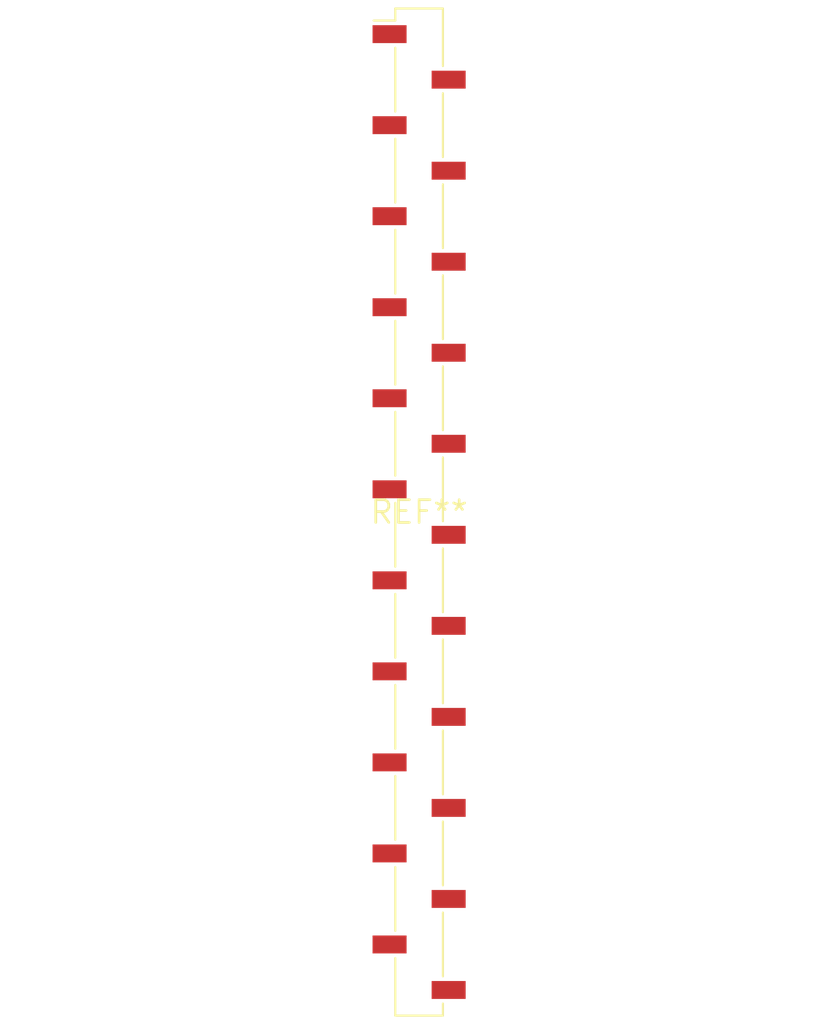
<source format=kicad_pcb>
(kicad_pcb (version 20240108) (generator pcbnew)
  (layers (0 "F.Cu" signal) (31 "B.Cu" signal) (34 "B.Paste" user) (35 "F.Paste" user) (36 "B.SilkS" user "B.Silkscreen") (37 "F.SilkS" user "F.Silkscreen") (38 "B.Mask" user) (39 "F.Mask" user) (44 "Edge.Cuts" user))
  (net 0 "")
  (footprint "PinSocket_1x22_P2.54mm_Vertical_SMD_Pin1Left" (layer "F.Cu") (at 0 0)
    (property "Reference" "REF**")
    (property "Value" "PinSocket_1x22_P2.54mm_Vertical_SMD_Pin1Left")
    (fp_line (start -2.54 -27.43) (end -1.33 -27.43) (layer "F.SilkS") (stroke (width 0.12)))
    (fp_line (start -1.33 -28.1) (end -1.33 -27.43) (layer "F.SilkS") (stroke (width 0.12)))
    (fp_line (start -1.33 -28.1) (end 1.33 -28.1) (layer "F.SilkS") (stroke (width 0.12)))
    (fp_line (start -1.33 -25.91) (end -1.33 -22.35) (layer "F.SilkS") (stroke (width 0.12)))
    (fp_line (start -1.33 -20.83) (end -1.33 -17.27) (layer "F.SilkS") (stroke (width 0.12)))
    (fp_line (start -1.33 -15.75) (end -1.33 -12.19) (layer "F.SilkS") (stroke (width 0.12)))
    (fp_line (start -1.33 -10.67) (end -1.33 -7.11) (layer "F.SilkS") (stroke (width 0.12)))
    (fp_line (start -1.33 -5.59) (end -1.33 -2.03) (layer "F.SilkS") (stroke (width 0.12)))
    (fp_line (start -1.33 -0.51) (end -1.33 3.05) (layer "F.SilkS") (stroke (width 0.12)))
    (fp_line (start -1.33 4.57) (end -1.33 8.13) (layer "F.SilkS") (stroke (width 0.12)))
    (fp_line (start -1.33 9.65) (end -1.33 13.21) (layer "F.SilkS") (stroke (width 0.12)))
    (fp_line (start -1.33 14.73) (end -1.33 18.29) (layer "F.SilkS") (stroke (width 0.12)))
    (fp_line (start -1.33 19.81) (end -1.33 23.37) (layer "F.SilkS") (stroke (width 0.12)))
    (fp_line (start -1.33 24.89) (end -1.33 28.1) (layer "F.SilkS") (stroke (width 0.12)))
    (fp_line (start -1.33 28.1) (end 1.33 28.1) (layer "F.SilkS") (stroke (width 0.12)))
    (fp_line (start 1.33 -28.1) (end 1.33 -24.89) (layer "F.SilkS") (stroke (width 0.12)))
    (fp_line (start 1.33 -23.37) (end 1.33 -19.81) (layer "F.SilkS") (stroke (width 0.12)))
    (fp_line (start 1.33 -18.29) (end 1.33 -14.73) (layer "F.SilkS") (stroke (width 0.12)))
    (fp_line (start 1.33 -13.21) (end 1.33 -9.65) (layer "F.SilkS") (stroke (width 0.12)))
    (fp_line (start 1.33 -8.13) (end 1.33 -4.57) (layer "F.SilkS") (stroke (width 0.12)))
    (fp_line (start 1.33 -3.05) (end 1.33 0.51) (layer "F.SilkS") (stroke (width 0.12)))
    (fp_line (start 1.33 2.03) (end 1.33 5.59) (layer "F.SilkS") (stroke (width 0.12)))
    (fp_line (start 1.33 7.11) (end 1.33 10.67) (layer "F.SilkS") (stroke (width 0.12)))
    (fp_line (start 1.33 12.19) (end 1.33 15.75) (layer "F.SilkS") (stroke (width 0.12)))
    (fp_line (start 1.33 17.27) (end 1.33 20.83) (layer "F.SilkS") (stroke (width 0.12)))
    (fp_line (start 1.33 22.35) (end 1.33 25.91) (layer "F.SilkS") (stroke (width 0.12)))
    (fp_line (start 1.33 27.43) (end 1.33 28.1) (layer "F.SilkS") (stroke (width 0.12)))
    (pad "1" smd rect (at -1.65 -26.67) (size 1.9 1) (layers "F.Cu" "F.Paste" "F.Mask"))
    (pad "2" smd rect (at 1.65 -24.13) (size 1.9 1) (layers "F.Cu" "F.Paste" "F.Mask"))
    (pad "3" smd rect (at -1.65 -21.59) (size 1.9 1) (layers "F.Cu" "F.Paste" "F.Mask"))
    (pad "4" smd rect (at 1.65 -19.05) (size 1.9 1) (layers "F.Cu" "F.Paste" "F.Mask"))
    (pad "5" smd rect (at -1.65 -16.51) (size 1.9 1) (layers "F.Cu" "F.Paste" "F.Mask"))
    (pad "6" smd rect (at 1.65 -13.97) (size 1.9 1) (layers "F.Cu" "F.Paste" "F.Mask"))
    (pad "7" smd rect (at -1.65 -11.43) (size 1.9 1) (layers "F.Cu" "F.Paste" "F.Mask"))
    (pad "8" smd rect (at 1.65 -8.89) (size 1.9 1) (layers "F.Cu" "F.Paste" "F.Mask"))
    (pad "9" smd rect (at -1.65 -6.35) (size 1.9 1) (layers "F.Cu" "F.Paste" "F.Mask"))
    (pad "10" smd rect (at 1.65 -3.81) (size 1.9 1) (layers "F.Cu" "F.Paste" "F.Mask"))
    (pad "11" smd rect (at -1.65 -1.27) (size 1.9 1) (layers "F.Cu" "F.Paste" "F.Mask"))
    (pad "12" smd rect (at 1.65 1.27) (size 1.9 1) (layers "F.Cu" "F.Paste" "F.Mask"))
    (pad "13" smd rect (at -1.65 3.81) (size 1.9 1) (layers "F.Cu" "F.Paste" "F.Mask"))
    (pad "14" smd rect (at 1.65 6.35) (size 1.9 1) (layers "F.Cu" "F.Paste" "F.Mask"))
    (pad "15" smd rect (at -1.65 8.89) (size 1.9 1) (layers "F.Cu" "F.Paste" "F.Mask"))
    (pad "16" smd rect (at 1.65 11.43) (size 1.9 1) (layers "F.Cu" "F.Paste" "F.Mask"))
    (pad "17" smd rect (at -1.65 13.97) (size 1.9 1) (layers "F.Cu" "F.Paste" "F.Mask"))
    (pad "18" smd rect (at 1.65 16.51) (size 1.9 1) (layers "F.Cu" "F.Paste" "F.Mask"))
    (pad "19" smd rect (at -1.65 19.05) (size 1.9 1) (layers "F.Cu" "F.Paste" "F.Mask"))
    (pad "20" smd rect (at 1.65 21.59) (size 1.9 1) (layers "F.Cu" "F.Paste" "F.Mask"))
    (pad "21" smd rect (at -1.65 24.13) (size 1.9 1) (layers "F.Cu" "F.Paste" "F.Mask"))
    (pad "22" smd rect (at 1.65 26.67) (size 1.9 1) (layers "F.Cu" "F.Paste" "F.Mask"))
  )
)
</source>
